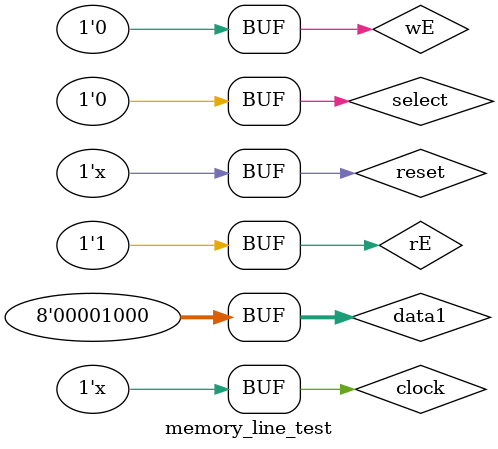
<source format=v>
`timescale 1ns / 1ps

module memory_line_test();
    reg [7:0] data1;
    reg select;
    reg rE;
    reg wE;
    reg clock;
    reg reset;
    wire [7:0] dataOut;
    
    memory_line uut(data1,select, rE, wE, clock, reset, dataOut);
    
    initial begin
        clock = 0; reset = 0;
        data1 = 8'd1; select = 1; rE = 1; wE = 1; #125;
        data1 = 8'd2; select = 1; rE = 1; wE = 0; #125;
        data1 = 8'd3; select = 1; rE = 1; wE = 1; #125;
        data1 = 8'd4; select = 1; rE = 1; wE = 0; #125;
        
        data1 = 8'd5; select = 1; rE = 1; wE = 1; #125;
        data1 = 8'd6; select = 1; rE = 1; wE = 0; #125;
        data1 = 8'd7; select = 0; rE = 0; wE = 1; #125;
        data1 = 8'd8; select = 0; rE = 1; wE = 0; #125;
                
    end
    
    always begin
        clock <= ~clock; #50;
    end
    
    always begin
        reset <= ~reset; #200;
    end
    
 
endmodule

</source>
